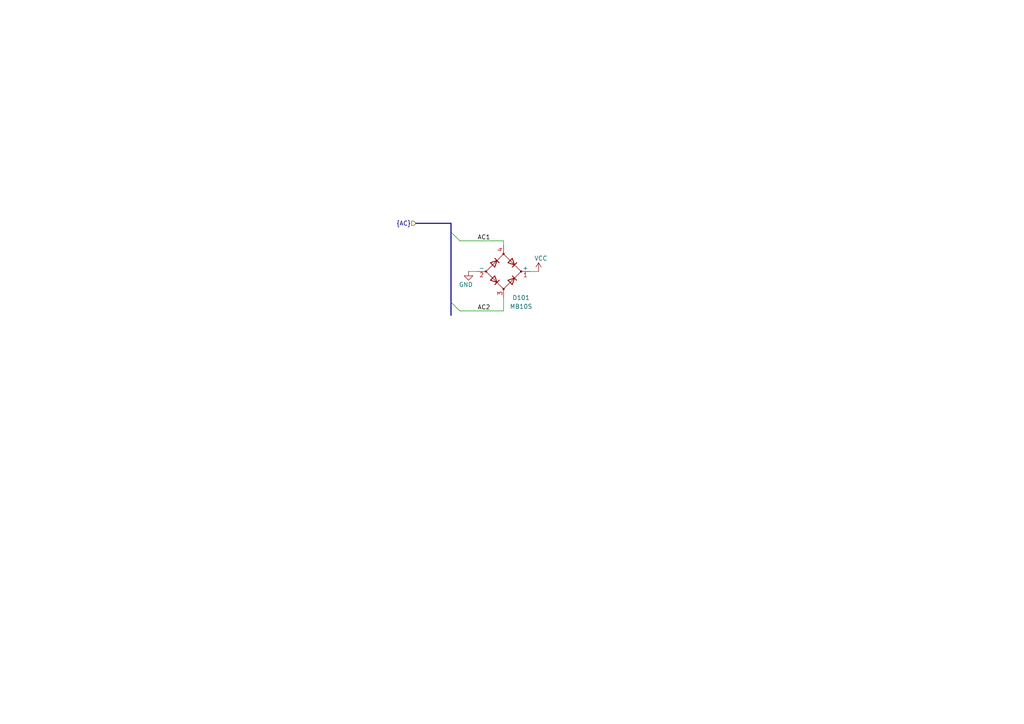
<source format=kicad_sch>
(kicad_sch (version 20231120) (generator "eeschema") (generator_version "8.0")
  (paper "A4")
  (lib_symbols
    (symbol "custom_kicad_lib_sk:MB10S" (pin_names (offset 0))
      (property "Reference" "D" (at 2.54 6.985 0))
      (property "Value" "MB10S" (at 2.54 5.08 0))
      (symbol "MB10S_0_1"
        (circle (center -5.08 0) (radius 0.254) (fill (type outline)))
        (circle (center 0 -5.08) (radius 0.254) (fill (type outline)))
        (polyline (pts (xy -2.54 3.81) (xy -1.27 2.54)) (stroke (width 0.254)))
        (polyline (pts (xy -1.27 -2.54) (xy -2.54 -3.81)) (stroke (width 0.254)))
        (polyline (pts (xy 2.54 -1.27) (xy 3.81 -2.54)) (stroke (width 0.254)))
        (polyline (pts (xy 2.54 1.27) (xy 3.81 2.54)) (stroke (width 0.254)))
        (polyline (pts (xy -3.81 2.54) (xy -2.54 1.27) (xy -1.905 3.175) (xy -3.81 2.54)) (stroke (width 0.254)))
        (polyline (pts (xy -2.54 -1.27) (xy -3.81 -2.54) (xy -1.905 -3.175) (xy -2.54 -1.27)) (stroke (width 0.254)))
        (polyline (pts (xy 1.27 2.54) (xy 2.54 3.81) (xy 3.175 1.905) (xy 1.27 2.54)) (stroke (width 0.254)))
        (polyline (pts (xy 3.175 -1.905) (xy 1.27 -2.54) (xy 2.54 -3.81) (xy 3.175 -1.905)) (stroke (width 0.254)))
        (polyline (pts (xy -5.08 0) (xy 0 -5.08) (xy 5.08 0) (xy 0 5.08) (xy -5.08 0)))
        (circle (center 0 5.08) (radius 0.254) (fill (type outline)))
        (circle (center 5.08 0) (radius 0.254) (fill (type outline)))
      )
      (symbol "MB10S_1_1"
        (pin passive line (at 7.62 0 180) (length 2.54) (name "+") (number "1"))
        (pin passive line (at -7.62 0 0) (length 2.54) (name "-") (number "2"))
        (pin passive line (at 0 7.62 270) (length 2.54) (name "~") (number "3"))
        (pin passive line (at 0 -7.62 90) (length 2.54) (name "~") (number "4"))
      )
    )
    (symbol "power:GND" (power) (pin_names (offset 0))
      (property "Value" "GND" (at 0 -3.81 0))
      (symbol "GND_0_1"
        (polyline (pts (xy 0 0) (xy 0 -1.27) (xy 1.27 -1.27) (xy 0 -2.54) (xy -1.27 -1.27) (xy 0 -1.27)))
      )
      (symbol "GND_1_1"
        (pin power_in line (at 0 0 270) (length 0) hide (name "GND") (number "1"))
      )
    )
    (symbol "power:VCC" (power) (pin_names (offset 0))
      (property "Value" "VCC" (at 0 3.81 0))
      (symbol "VCC_0_1"
        (polyline (pts (xy -0.762 1.27) (xy 0 2.54)))
        (polyline (pts (xy 0 0) (xy 0 2.54)))
        (polyline (pts (xy 0 2.54) (xy 0.762 1.27)))
      )
      (symbol "VCC_1_1"
        (pin power_in line (at 0 0 90) (length 0) hide (name "VCC") (number "1"))
      )
    )
  )
  (bus_entry (at 130.81 87.63) (size 2.54 2.54))
  (bus_entry (at 130.81 67.31) (size 2.54 2.54))
  (bus (pts (xy 120.65 64.77) (xy 130.81 64.77)))
  (wire (pts (xy 146.05 69.85) (xy 146.05 71.12)))
  (bus (pts (xy 130.81 67.31) (xy 130.81 87.63)))
  (wire (pts (xy 133.35 69.85) (xy 146.05 69.85)))
  (bus (pts (xy 130.81 87.63) (xy 130.81 91.44)))
  (wire (pts (xy 135.89 78.74) (xy 138.43 78.74)))
  (wire (pts (xy 146.05 86.36) (xy 146.05 90.17)))
  (wire (pts (xy 156.21 78.74) (xy 153.67 78.74)))
  (wire (pts (xy 133.35 90.17) (xy 146.05 90.17)))
  (bus (pts (xy 130.81 64.77) (xy 130.81 67.31)))
  (label "AC1" (at 142.24 69.85 180))
  (label "AC2" (at 142.24 90.17 180))
  (hierarchical_label "{AC}" (shape input) (at 120.65 64.77 180))
  (symbol (lib_id "power:VCC") (at 156.21 78.74 0) (unit 1)
    (property "Reference" "#PWR01301" (effects (hide yes)))
    (property "Value" "VCC" (at 154.94 74.93 0) (effects (justify left)))
  )
  (symbol (lib_id "power:GND") (at 135.89 78.74 0) (unit 1)
    (property "Reference" "#PWR01302" (effects (hide yes)))
    (property "Value" "GND" (at 137.16 82.55 0) (effects (justify right)))
  )
  (symbol (lib_id "custom_kicad_lib_sk:MB10S") (at 146.05 78.74 0) (mirror x) (unit 1)
    (property "Reference" "D101" (at 151.13 86.36 0))
    (property "Value" "MB10S" (at 151.13 88.9 0))
    (property "Footprint" "Package_TO_SOT_SMD:TO-269AA" (effects (hide yes)))
    (property "JLCPCB Part#" "C2488" (effects (hide yes)))
  )
)
</source>
